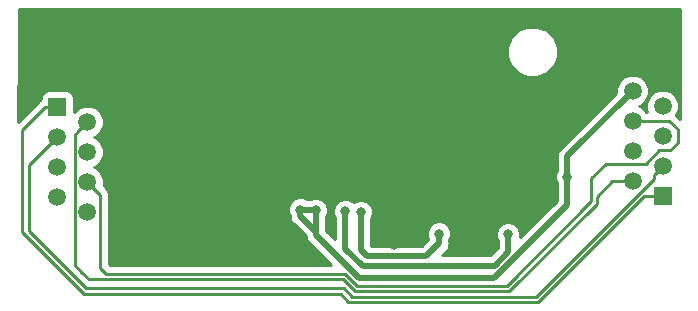
<source format=gbr>
G04 #@! TF.GenerationSoftware,KiCad,Pcbnew,(5.0.0)*
G04 #@! TF.CreationDate,2019-01-08T22:48:22-05:00*
G04 #@! TF.ProjectId,PoE PSE,506F45205053452E6B696361645F7063,rev?*
G04 #@! TF.SameCoordinates,Original*
G04 #@! TF.FileFunction,Copper,L2,Bot,Signal*
G04 #@! TF.FilePolarity,Positive*
%FSLAX46Y46*%
G04 Gerber Fmt 4.6, Leading zero omitted, Abs format (unit mm)*
G04 Created by KiCad (PCBNEW (5.0.0)) date 01/08/19 22:48:22*
%MOMM*%
%LPD*%
G01*
G04 APERTURE LIST*
G04 #@! TA.AperFunction,ComponentPad*
%ADD10C,1.500000*%
G04 #@! TD*
G04 #@! TA.AperFunction,ComponentPad*
%ADD11R,1.500000X1.500000*%
G04 #@! TD*
G04 #@! TA.AperFunction,ViaPad*
%ADD12C,0.800000*%
G04 #@! TD*
G04 #@! TA.AperFunction,Conductor*
%ADD13C,0.500000*%
G04 #@! TD*
G04 #@! TA.AperFunction,Conductor*
%ADD14C,0.250000*%
G04 #@! TD*
G04 #@! TA.AperFunction,Conductor*
%ADD15C,0.254000*%
G04 #@! TD*
G04 APERTURE END LIST*
D10*
G04 #@! TO.P,J1,8*
G04 #@! TO.N,Net-(J1-Pad8)*
X105727500Y-110998000D03*
G04 #@! TO.P,J1,7*
G04 #@! TO.N,Net-(J1-Pad7)*
X103187500Y-109728000D03*
G04 #@! TO.P,J1,6*
G04 #@! TO.N,ETH6*
X105727500Y-108458000D03*
G04 #@! TO.P,J1,5*
G04 #@! TO.N,Net-(J1-Pad5)*
X103187500Y-107188000D03*
G04 #@! TO.P,J1,4*
G04 #@! TO.N,Net-(J1-Pad4)*
X105727500Y-105918000D03*
G04 #@! TO.P,J1,3*
G04 #@! TO.N,ETH3*
X103187500Y-104648000D03*
G04 #@! TO.P,J1,2*
G04 #@! TO.N,ETH2*
X105727500Y-103378000D03*
D11*
G04 #@! TO.P,J1,1*
G04 #@! TO.N,ETH1*
X103187500Y-102108000D03*
G04 #@! TD*
G04 #@! TO.P,J3,1*
G04 #@! TO.N,ETH1*
X154432000Y-109664500D03*
D10*
G04 #@! TO.P,J3,2*
G04 #@! TO.N,ETH2*
X151892000Y-108394500D03*
G04 #@! TO.P,J3,3*
G04 #@! TO.N,ETH3*
X154432000Y-107124500D03*
G04 #@! TO.P,J3,4*
G04 #@! TO.N,Net-(C5-Pad1)*
X151892000Y-105854500D03*
G04 #@! TO.P,J3,5*
X154432000Y-104584500D03*
G04 #@! TO.P,J3,6*
G04 #@! TO.N,ETH6*
X151892000Y-103314500D03*
G04 #@! TO.P,J3,7*
G04 #@! TO.N,Net-(C5-Pad2)*
X154432000Y-102044500D03*
G04 #@! TO.P,J3,8*
X151892000Y-100774500D03*
G04 #@! TD*
D12*
G04 #@! TO.N,VSS*
X111061500Y-99758500D03*
X117094000Y-105092500D03*
X112331500Y-111442500D03*
X133413500Y-104394000D03*
X128905000Y-105537000D03*
X126301500Y-105600500D03*
X125031500Y-105600500D03*
X123761500Y-105600500D03*
X131699000Y-113792000D03*
X135636000Y-110490000D03*
X110921800Y-101879400D03*
X112750600Y-101930200D03*
G04 #@! TO.N,Net-(C5-Pad2)*
X123761500Y-110807500D03*
X125095000Y-110871000D03*
X146367500Y-108013500D03*
G04 #@! TO.N,Net-(JP5-Pad2)*
X141351000Y-112903000D03*
X127571500Y-110934500D03*
G04 #@! TO.N,Net-(JP7-Pad2)*
X135509000Y-112839500D03*
X128905000Y-110998000D03*
G04 #@! TD*
D13*
G04 #@! TO.N,Net-(C5-Pad2)*
X125031500Y-110807500D02*
X125095000Y-110871000D01*
X123761500Y-110807500D02*
X125031500Y-110807500D01*
X146367500Y-106299000D02*
X151892000Y-100774500D01*
X140181962Y-116586000D02*
X146367500Y-110400462D01*
X128714500Y-116586000D02*
X140181962Y-116586000D01*
X125095000Y-110871000D02*
X125095000Y-112966500D01*
X125095000Y-112966500D02*
X128714500Y-116586000D01*
X146367500Y-110400462D02*
X146367500Y-108013500D01*
X146367500Y-108013500D02*
X146367500Y-106299000D01*
X125095000Y-112706685D02*
X125095000Y-112966500D01*
X123761500Y-111373185D02*
X125095000Y-112706685D01*
X123761500Y-110807500D02*
X123761500Y-111373185D01*
D14*
G04 #@! TO.N,ETH6*
X152952660Y-103314500D02*
X151892000Y-103314500D01*
X155705502Y-104016502D02*
X155003500Y-103314500D01*
X155705502Y-105152498D02*
X155705502Y-104016502D01*
X153035997Y-106929501D02*
X154174498Y-105791000D01*
X155003500Y-103314500D02*
X152952660Y-103314500D01*
X105727500Y-108458000D02*
X106802501Y-109533001D01*
X154174498Y-105791000D02*
X155067000Y-105791000D01*
X106802501Y-115756001D02*
X107315000Y-116268500D01*
X106802501Y-109533001D02*
X106802501Y-115756001D01*
X155067000Y-105791000D02*
X155705502Y-105152498D01*
X127583814Y-116268500D02*
X128599814Y-117284500D01*
X107315000Y-116268500D02*
X127583814Y-116268500D01*
X128599814Y-117284500D02*
X141224000Y-117284500D01*
X141224000Y-117284500D02*
X148399500Y-110109000D01*
X148399500Y-110109000D02*
X148399500Y-108140500D01*
X149610499Y-106929501D02*
X151511000Y-106929501D01*
X148399500Y-108140500D02*
X149610499Y-106929501D01*
X151197999Y-106929501D02*
X151511000Y-106929501D01*
X151511000Y-106929501D02*
X153035997Y-106929501D01*
G04 #@! TO.N,ETH3*
X103187500Y-104648000D02*
X100774500Y-107061000D01*
X100774500Y-107061000D02*
X100774500Y-112647590D01*
X100774500Y-112647590D02*
X105601910Y-117475000D01*
X153682001Y-107874499D02*
X154432000Y-107124500D01*
X153682001Y-108195501D02*
X153682001Y-107874499D01*
X152408001Y-109469501D02*
X153682001Y-108195501D01*
X152408001Y-109469501D02*
X152404499Y-109469501D01*
X105601910Y-117475000D02*
X127444500Y-117475000D01*
X143692982Y-118184520D02*
X152408001Y-109469501D01*
X128154020Y-118184520D02*
X143692982Y-118184520D01*
X127444500Y-117475000D02*
X128154020Y-118184520D01*
G04 #@! TO.N,ETH2*
X104977501Y-104127999D02*
X105727500Y-103378000D01*
X104652499Y-104453001D02*
X104977501Y-104127999D01*
X104652499Y-115510999D02*
X104652499Y-104453001D01*
X128402510Y-117734510D02*
X127386510Y-116718510D01*
X141410400Y-117734510D02*
X128402510Y-117734510D01*
X105283000Y-116141500D02*
X104652499Y-115510999D01*
X105860010Y-116718510D02*
X105283000Y-116141500D01*
X151892000Y-108394500D02*
X150177500Y-108394500D01*
X150177500Y-108394500D02*
X148849510Y-109722490D01*
X127386510Y-116718510D02*
X105860010Y-116718510D01*
X148849510Y-109722490D02*
X148849509Y-110295401D01*
X148849509Y-110295401D02*
X141410400Y-117734510D01*
G04 #@! TO.N,ETH1*
X102187500Y-102108000D02*
X100203000Y-104092500D01*
X103187500Y-102108000D02*
X102187500Y-102108000D01*
X100203000Y-108204000D02*
X100203000Y-112712500D01*
X100203000Y-108204000D02*
X100203000Y-108334502D01*
X100203000Y-104092500D02*
X100203000Y-108204000D01*
X100203000Y-112712500D02*
X105473500Y-117983000D01*
X109851498Y-117983000D02*
X109982000Y-117983000D01*
X127127000Y-117983000D02*
X109537500Y-117983000D01*
X127190500Y-117983000D02*
X127127000Y-117983000D01*
X109537500Y-117983000D02*
X109982000Y-117983000D01*
X105473500Y-117983000D02*
X109537500Y-117983000D01*
X154432000Y-109664500D02*
X152849412Y-109664500D01*
X152849412Y-109664500D02*
X143879382Y-118634530D01*
X143879382Y-118634530D02*
X127842030Y-118634530D01*
X127842030Y-118634530D02*
X127190500Y-117983000D01*
D13*
G04 #@! TO.N,Net-(JP5-Pad2)*
X141351000Y-112903000D02*
X141351000Y-114109500D01*
X141351000Y-114109500D02*
X141351000Y-114427000D01*
X141351000Y-114427000D02*
X140208000Y-115570000D01*
X127571500Y-114097502D02*
X127571500Y-110934500D01*
X140208000Y-115570000D02*
X129043998Y-115570000D01*
X129043998Y-115570000D02*
X127571500Y-114097502D01*
G04 #@! TO.N,Net-(JP7-Pad2)*
X135509000Y-112839500D02*
X135509000Y-113665000D01*
X135509000Y-113665000D02*
X134429500Y-114744500D01*
X134429500Y-114744500D02*
X129413000Y-114744500D01*
X129413000Y-114744500D02*
X128905000Y-114236500D01*
X128905000Y-114236500D02*
X128905000Y-110998000D01*
G04 #@! TD*
D15*
G04 #@! TO.N,VSS*
G36*
X155910608Y-103146806D02*
X155599494Y-102835693D01*
X155606147Y-102829040D01*
X155817000Y-102319994D01*
X155817000Y-101769006D01*
X155606147Y-101259960D01*
X155216540Y-100870353D01*
X154707494Y-100659500D01*
X154156506Y-100659500D01*
X153647460Y-100870353D01*
X153257853Y-101259960D01*
X153047000Y-101769006D01*
X153047000Y-102319994D01*
X153144135Y-102554500D01*
X153076312Y-102554500D01*
X153066147Y-102529960D01*
X152676540Y-102140353D01*
X152445130Y-102044500D01*
X152676540Y-101948647D01*
X153066147Y-101559040D01*
X153277000Y-101049994D01*
X153277000Y-100499006D01*
X153066147Y-99989960D01*
X152676540Y-99600353D01*
X152167494Y-99389500D01*
X151616506Y-99389500D01*
X151107460Y-99600353D01*
X150717853Y-99989960D01*
X150507000Y-100499006D01*
X150507000Y-100907921D01*
X145803345Y-105611577D01*
X145729452Y-105660951D01*
X145680078Y-105734844D01*
X145680076Y-105734846D01*
X145533848Y-105953691D01*
X145465163Y-106299000D01*
X145482501Y-106386165D01*
X145482500Y-107445492D01*
X145332500Y-107807626D01*
X145332500Y-108219374D01*
X145482501Y-108581509D01*
X145482500Y-110033883D01*
X142370791Y-113145593D01*
X142386000Y-113108874D01*
X142386000Y-112697126D01*
X142228431Y-112316720D01*
X141937280Y-112025569D01*
X141556874Y-111868000D01*
X141145126Y-111868000D01*
X140764720Y-112025569D01*
X140473569Y-112316720D01*
X140316000Y-112697126D01*
X140316000Y-113108874D01*
X140466000Y-113471008D01*
X140466001Y-114022332D01*
X140466000Y-114022336D01*
X140466000Y-114060421D01*
X139841422Y-114685000D01*
X135740579Y-114685000D01*
X136073156Y-114352423D01*
X136147049Y-114303049D01*
X136226151Y-114184666D01*
X136342652Y-114010310D01*
X136370792Y-113868838D01*
X136394000Y-113752165D01*
X136394000Y-113752161D01*
X136411337Y-113665000D01*
X136394000Y-113577839D01*
X136394000Y-113407507D01*
X136544000Y-113045374D01*
X136544000Y-112633626D01*
X136386431Y-112253220D01*
X136095280Y-111962069D01*
X135714874Y-111804500D01*
X135303126Y-111804500D01*
X134922720Y-111962069D01*
X134631569Y-112253220D01*
X134474000Y-112633626D01*
X134474000Y-113045374D01*
X134592050Y-113330372D01*
X134062922Y-113859500D01*
X129790000Y-113859500D01*
X129790000Y-111566007D01*
X129940000Y-111203874D01*
X129940000Y-110792126D01*
X129782431Y-110411720D01*
X129491280Y-110120569D01*
X129110874Y-109963000D01*
X128699126Y-109963000D01*
X128318720Y-110120569D01*
X128270000Y-110169289D01*
X128157780Y-110057069D01*
X127777374Y-109899500D01*
X127365626Y-109899500D01*
X126985220Y-110057069D01*
X126694069Y-110348220D01*
X126536500Y-110728626D01*
X126536500Y-111140374D01*
X126686501Y-111502509D01*
X126686500Y-113306422D01*
X125980000Y-112599922D01*
X125980000Y-111439007D01*
X126130000Y-111076874D01*
X126130000Y-110665126D01*
X125972431Y-110284720D01*
X125681280Y-109993569D01*
X125300874Y-109836000D01*
X124889126Y-109836000D01*
X124680296Y-109922500D01*
X124329507Y-109922500D01*
X123967374Y-109772500D01*
X123555626Y-109772500D01*
X123175220Y-109930069D01*
X122884069Y-110221220D01*
X122726500Y-110601626D01*
X122726500Y-111013374D01*
X122864475Y-111346477D01*
X122859163Y-111373185D01*
X122876500Y-111460346D01*
X122876500Y-111460350D01*
X122927848Y-111718495D01*
X122990281Y-111811931D01*
X123070300Y-111931687D01*
X123123452Y-112011234D01*
X123197345Y-112060608D01*
X124214866Y-113078130D01*
X124261348Y-113311810D01*
X124456951Y-113604549D01*
X124530846Y-113653924D01*
X126385421Y-115508500D01*
X107629802Y-115508500D01*
X107562501Y-115441200D01*
X107562501Y-109607848D01*
X107577389Y-109533001D01*
X107562501Y-109458154D01*
X107562501Y-109458149D01*
X107518405Y-109236464D01*
X107350430Y-108985072D01*
X107286974Y-108942672D01*
X107102335Y-108758034D01*
X107112500Y-108733494D01*
X107112500Y-108182506D01*
X106901647Y-107673460D01*
X106512040Y-107283853D01*
X106280630Y-107188000D01*
X106512040Y-107092147D01*
X106901647Y-106702540D01*
X107112500Y-106193494D01*
X107112500Y-105642506D01*
X106901647Y-105133460D01*
X106512040Y-104743853D01*
X106280630Y-104648000D01*
X106512040Y-104552147D01*
X106901647Y-104162540D01*
X107112500Y-103653494D01*
X107112500Y-103102506D01*
X106901647Y-102593460D01*
X106512040Y-102203853D01*
X106002994Y-101993000D01*
X105452006Y-101993000D01*
X104942960Y-102203853D01*
X104584940Y-102561873D01*
X104584940Y-101358000D01*
X104535657Y-101110235D01*
X104395309Y-100900191D01*
X104185265Y-100759843D01*
X103937500Y-100710560D01*
X102437500Y-100710560D01*
X102189735Y-100759843D01*
X101979691Y-100900191D01*
X101839343Y-101110235D01*
X101790060Y-101358000D01*
X101790060Y-101459517D01*
X101703918Y-101517076D01*
X101639571Y-101560071D01*
X101597171Y-101623527D01*
X99872717Y-103347982D01*
X99921386Y-97014802D01*
X141283560Y-97014802D01*
X141283560Y-97864158D01*
X141608594Y-98648860D01*
X142209180Y-99249446D01*
X142993882Y-99574480D01*
X143843238Y-99574480D01*
X144627940Y-99249446D01*
X145228526Y-98648860D01*
X145553560Y-97864158D01*
X145553560Y-97014802D01*
X145228526Y-96230100D01*
X144627940Y-95629514D01*
X143843238Y-95304480D01*
X142993882Y-95304480D01*
X142209180Y-95629514D01*
X141608594Y-96230100D01*
X141283560Y-97014802D01*
X99921386Y-97014802D01*
X99945714Y-93849242D01*
X155942088Y-93806150D01*
X155910608Y-103146806D01*
X155910608Y-103146806D01*
G37*
X155910608Y-103146806D02*
X155599494Y-102835693D01*
X155606147Y-102829040D01*
X155817000Y-102319994D01*
X155817000Y-101769006D01*
X155606147Y-101259960D01*
X155216540Y-100870353D01*
X154707494Y-100659500D01*
X154156506Y-100659500D01*
X153647460Y-100870353D01*
X153257853Y-101259960D01*
X153047000Y-101769006D01*
X153047000Y-102319994D01*
X153144135Y-102554500D01*
X153076312Y-102554500D01*
X153066147Y-102529960D01*
X152676540Y-102140353D01*
X152445130Y-102044500D01*
X152676540Y-101948647D01*
X153066147Y-101559040D01*
X153277000Y-101049994D01*
X153277000Y-100499006D01*
X153066147Y-99989960D01*
X152676540Y-99600353D01*
X152167494Y-99389500D01*
X151616506Y-99389500D01*
X151107460Y-99600353D01*
X150717853Y-99989960D01*
X150507000Y-100499006D01*
X150507000Y-100907921D01*
X145803345Y-105611577D01*
X145729452Y-105660951D01*
X145680078Y-105734844D01*
X145680076Y-105734846D01*
X145533848Y-105953691D01*
X145465163Y-106299000D01*
X145482501Y-106386165D01*
X145482500Y-107445492D01*
X145332500Y-107807626D01*
X145332500Y-108219374D01*
X145482501Y-108581509D01*
X145482500Y-110033883D01*
X142370791Y-113145593D01*
X142386000Y-113108874D01*
X142386000Y-112697126D01*
X142228431Y-112316720D01*
X141937280Y-112025569D01*
X141556874Y-111868000D01*
X141145126Y-111868000D01*
X140764720Y-112025569D01*
X140473569Y-112316720D01*
X140316000Y-112697126D01*
X140316000Y-113108874D01*
X140466000Y-113471008D01*
X140466001Y-114022332D01*
X140466000Y-114022336D01*
X140466000Y-114060421D01*
X139841422Y-114685000D01*
X135740579Y-114685000D01*
X136073156Y-114352423D01*
X136147049Y-114303049D01*
X136226151Y-114184666D01*
X136342652Y-114010310D01*
X136370792Y-113868838D01*
X136394000Y-113752165D01*
X136394000Y-113752161D01*
X136411337Y-113665000D01*
X136394000Y-113577839D01*
X136394000Y-113407507D01*
X136544000Y-113045374D01*
X136544000Y-112633626D01*
X136386431Y-112253220D01*
X136095280Y-111962069D01*
X135714874Y-111804500D01*
X135303126Y-111804500D01*
X134922720Y-111962069D01*
X134631569Y-112253220D01*
X134474000Y-112633626D01*
X134474000Y-113045374D01*
X134592050Y-113330372D01*
X134062922Y-113859500D01*
X129790000Y-113859500D01*
X129790000Y-111566007D01*
X129940000Y-111203874D01*
X129940000Y-110792126D01*
X129782431Y-110411720D01*
X129491280Y-110120569D01*
X129110874Y-109963000D01*
X128699126Y-109963000D01*
X128318720Y-110120569D01*
X128270000Y-110169289D01*
X128157780Y-110057069D01*
X127777374Y-109899500D01*
X127365626Y-109899500D01*
X126985220Y-110057069D01*
X126694069Y-110348220D01*
X126536500Y-110728626D01*
X126536500Y-111140374D01*
X126686501Y-111502509D01*
X126686500Y-113306422D01*
X125980000Y-112599922D01*
X125980000Y-111439007D01*
X126130000Y-111076874D01*
X126130000Y-110665126D01*
X125972431Y-110284720D01*
X125681280Y-109993569D01*
X125300874Y-109836000D01*
X124889126Y-109836000D01*
X124680296Y-109922500D01*
X124329507Y-109922500D01*
X123967374Y-109772500D01*
X123555626Y-109772500D01*
X123175220Y-109930069D01*
X122884069Y-110221220D01*
X122726500Y-110601626D01*
X122726500Y-111013374D01*
X122864475Y-111346477D01*
X122859163Y-111373185D01*
X122876500Y-111460346D01*
X122876500Y-111460350D01*
X122927848Y-111718495D01*
X122990281Y-111811931D01*
X123070300Y-111931687D01*
X123123452Y-112011234D01*
X123197345Y-112060608D01*
X124214866Y-113078130D01*
X124261348Y-113311810D01*
X124456951Y-113604549D01*
X124530846Y-113653924D01*
X126385421Y-115508500D01*
X107629802Y-115508500D01*
X107562501Y-115441200D01*
X107562501Y-109607848D01*
X107577389Y-109533001D01*
X107562501Y-109458154D01*
X107562501Y-109458149D01*
X107518405Y-109236464D01*
X107350430Y-108985072D01*
X107286974Y-108942672D01*
X107102335Y-108758034D01*
X107112500Y-108733494D01*
X107112500Y-108182506D01*
X106901647Y-107673460D01*
X106512040Y-107283853D01*
X106280630Y-107188000D01*
X106512040Y-107092147D01*
X106901647Y-106702540D01*
X107112500Y-106193494D01*
X107112500Y-105642506D01*
X106901647Y-105133460D01*
X106512040Y-104743853D01*
X106280630Y-104648000D01*
X106512040Y-104552147D01*
X106901647Y-104162540D01*
X107112500Y-103653494D01*
X107112500Y-103102506D01*
X106901647Y-102593460D01*
X106512040Y-102203853D01*
X106002994Y-101993000D01*
X105452006Y-101993000D01*
X104942960Y-102203853D01*
X104584940Y-102561873D01*
X104584940Y-101358000D01*
X104535657Y-101110235D01*
X104395309Y-100900191D01*
X104185265Y-100759843D01*
X103937500Y-100710560D01*
X102437500Y-100710560D01*
X102189735Y-100759843D01*
X101979691Y-100900191D01*
X101839343Y-101110235D01*
X101790060Y-101358000D01*
X101790060Y-101459517D01*
X101703918Y-101517076D01*
X101639571Y-101560071D01*
X101597171Y-101623527D01*
X99872717Y-103347982D01*
X99921386Y-97014802D01*
X141283560Y-97014802D01*
X141283560Y-97864158D01*
X141608594Y-98648860D01*
X142209180Y-99249446D01*
X142993882Y-99574480D01*
X143843238Y-99574480D01*
X144627940Y-99249446D01*
X145228526Y-98648860D01*
X145553560Y-97864158D01*
X145553560Y-97014802D01*
X145228526Y-96230100D01*
X144627940Y-95629514D01*
X143843238Y-95304480D01*
X142993882Y-95304480D01*
X142209180Y-95629514D01*
X141608594Y-96230100D01*
X141283560Y-97014802D01*
X99921386Y-97014802D01*
X99945714Y-93849242D01*
X155942088Y-93806150D01*
X155910608Y-103146806D01*
G04 #@! TD*
M02*

</source>
